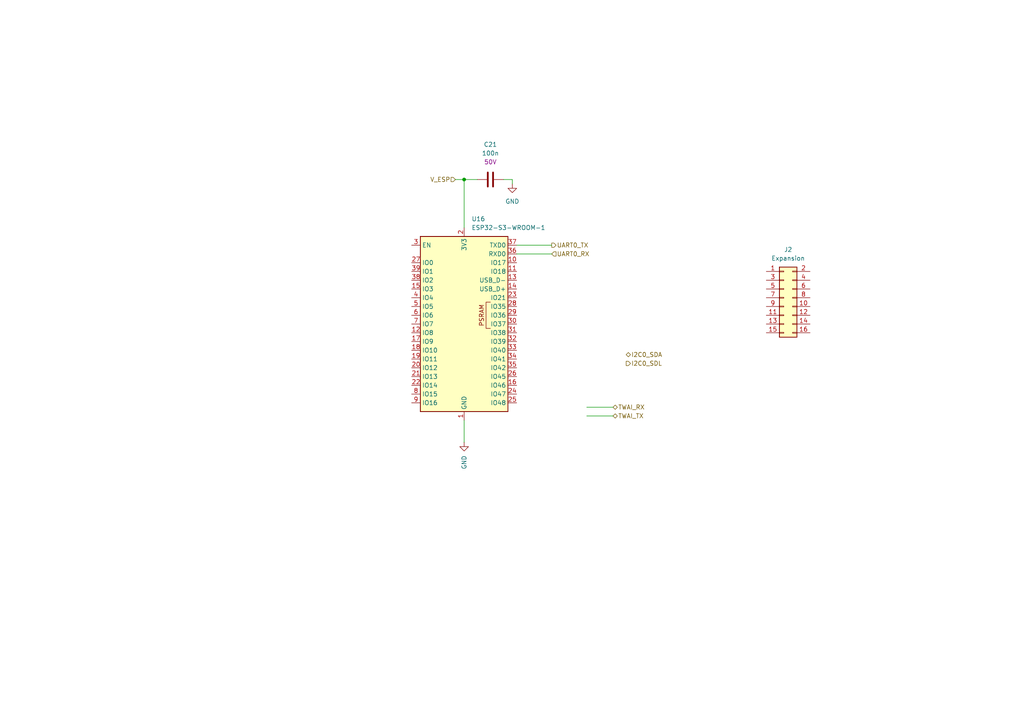
<source format=kicad_sch>
(kicad_sch (version 20250114) (generator "eeschema") (generator_version "9.0")
  (paper "A4")
  (title_block (title "VXDash RemoteECU") (date "2025-08-08") (rev "Proto A") (comment 1 "https://github.com/martinroger/VXDash") (comment 2 "https://cadlab.io/projects/vxdash"))
  (lib_symbols
    (symbol "Connector_Generic:Conn_02x08_Odd_Even" (pin_names (offset 1.016) (hide yes))
      (property "Reference" "J" (at 1.27 10.16 0))
      (property "Value" "Conn_02x08_Odd_Even" (at 1.27 -12.7 0))
      (symbol "Conn_02x08_Odd_Even_1_1"
        (rectangle (start -1.27 8.89) (end 3.81 -11.43) (stroke (width 0.254)) (fill (type background)))
        (rectangle (start -1.27 7.747) (end 0 7.493) (stroke (width 0.1524)))
        (rectangle (start -1.27 5.207) (end 0 4.953) (stroke (width 0.1524)))
        (rectangle (start -1.27 2.667) (end 0 2.413) (stroke (width 0.1524)))
        (rectangle (start -1.27 0.127) (end 0 -0.127) (stroke (width 0.1524)))
        (rectangle (start -1.27 -2.413) (end 0 -2.667) (stroke (width 0.1524)))
        (rectangle (start -1.27 -4.953) (end 0 -5.207) (stroke (width 0.1524)))
        (rectangle (start -1.27 -7.493) (end 0 -7.747) (stroke (width 0.1524)))
        (rectangle (start -1.27 -10.033) (end 0 -10.287) (stroke (width 0.1524)))
        (rectangle (start 3.81 7.747) (end 2.54 7.493) (stroke (width 0.1524)))
        (rectangle (start 3.81 5.207) (end 2.54 4.953) (stroke (width 0.1524)))
        (rectangle (start 3.81 2.667) (end 2.54 2.413) (stroke (width 0.1524)))
        (rectangle (start 3.81 0.127) (end 2.54 -0.127) (stroke (width 0.1524)))
        (rectangle (start 3.81 -2.413) (end 2.54 -2.667) (stroke (width 0.1524)))
        (rectangle (start 3.81 -4.953) (end 2.54 -5.207) (stroke (width 0.1524)))
        (rectangle (start 3.81 -7.493) (end 2.54 -7.747) (stroke (width 0.1524)))
        (rectangle (start 3.81 -10.033) (end 2.54 -10.287) (stroke (width 0.1524)))
        (pin passive line (at -5.08 7.62 0) (length 3.81) (name "Pin_1") (number "1"))
        (pin passive line (at -5.08 5.08 0) (length 3.81) (name "Pin_3") (number "3"))
        (pin passive line (at -5.08 2.54 0) (length 3.81) (name "Pin_5") (number "5"))
        (pin passive line (at -5.08 0 0) (length 3.81) (name "Pin_7") (number "7"))
        (pin passive line (at -5.08 -2.54 0) (length 3.81) (name "Pin_9") (number "9"))
        (pin passive line (at -5.08 -5.08 0) (length 3.81) (name "Pin_11") (number "11"))
        (pin passive line (at -5.08 -7.62 0) (length 3.81) (name "Pin_13") (number "13"))
        (pin passive line (at -5.08 -10.16 0) (length 3.81) (name "Pin_15") (number "15"))
        (pin passive line (at 7.62 7.62 180) (length 3.81) (name "Pin_2") (number "2"))
        (pin passive line (at 7.62 5.08 180) (length 3.81) (name "Pin_4") (number "4"))
        (pin passive line (at 7.62 2.54 180) (length 3.81) (name "Pin_6") (number "6"))
        (pin passive line (at 7.62 0 180) (length 3.81) (name "Pin_8") (number "8"))
        (pin passive line (at 7.62 -2.54 180) (length 3.81) (name "Pin_10") (number "10"))
        (pin passive line (at 7.62 -5.08 180) (length 3.81) (name "Pin_12") (number "12"))
        (pin passive line (at 7.62 -7.62 180) (length 3.81) (name "Pin_14") (number "14"))
        (pin passive line (at 7.62 -10.16 180) (length 3.81) (name "Pin_16") (number "16"))
      )
    )
    (symbol "RF_Module:ESP32-S3-WROOM-1"
      (property "Reference" "U" (at -12.7 26.67 0))
      (property "Value" "ESP32-S3-WROOM-1" (at 12.7 26.67 0))
      (symbol "ESP32-S3-WROOM-1_0_0"
        (rectangle (start -12.7 25.4) (end 12.7 -25.4) (stroke (width 0.254)) (fill (type background)))
        (text "PSRAM" (at 5.08 2.54 900) (effects (font (size 1.27 1.27))))
      )
      (symbol "ESP32-S3-WROOM-1_0_1"
        (polyline (pts (xy 7.62 -1.27) (xy 6.35 -1.27) (xy 6.35 6.35) (xy 7.62 6.35)))
      )
      (symbol "ESP32-S3-WROOM-1_1_1"
        (pin input line (at -15.24 22.86 0) (length 2.54) (name "EN") (number "3"))
        (pin bidirectional line (at -15.24 17.78 0) (length 2.54) (name "IO0") (number "27"))
        (pin bidirectional line (at -15.24 15.24 0) (length 2.54) (name "IO1") (number "39"))
        (pin bidirectional line (at -15.24 12.7 0) (length 2.54) (name "IO2") (number "38"))
        (pin bidirectional line (at -15.24 10.16 0) (length 2.54) (name "IO3") (number "15"))
        (pin bidirectional line (at -15.24 7.62 0) (length 2.54) (name "IO4") (number "4"))
        (pin bidirectional line (at -15.24 5.08 0) (length 2.54) (name "IO5") (number "5"))
        (pin bidirectional line (at -15.24 2.54 0) (length 2.54) (name "IO6") (number "6"))
        (pin bidirectional line (at -15.24 0 0) (length 2.54) (name "IO7") (number "7"))
        (pin bidirectional line (at -15.24 -2.54 0) (length 2.54) (name "IO8") (number "12"))
        (pin bidirectional line (at -15.24 -5.08 0) (length 2.54) (name "IO9") (number "17"))
        (pin bidirectional line (at -15.24 -7.62 0) (length 2.54) (name "IO10") (number "18"))
        (pin bidirectional line (at -15.24 -10.16 0) (length 2.54) (name "IO11") (number "19"))
        (pin bidirectional line (at -15.24 -12.7 0) (length 2.54) (name "IO12") (number "20"))
        (pin bidirectional line (at -15.24 -15.24 0) (length 2.54) (name "IO13") (number "21"))
        (pin bidirectional line (at -15.24 -17.78 0) (length 2.54) (name "IO14") (number "22"))
        (pin bidirectional line (at -15.24 -20.32 0) (length 2.54) (name "IO15") (number "8"))
        (pin bidirectional line (at -15.24 -22.86 0) (length 2.54) (name "IO16") (number "9"))
        (pin power_in line (at 0 27.94 270) (length 2.54) (name "3V3") (number "2"))
        (pin power_in line (at 0 -27.94 90) (length 2.54) (name "GND") (number "1"))
        (pin passive line (at 0 -27.94 90) (length 2.54) (hide yes) (name "GND") (number "40"))
        (pin passive line (at 0 -27.94 90) (length 2.54) (hide yes) (name "GND") (number "41"))
        (pin bidirectional line (at 15.24 22.86 180) (length 2.54) (name "TXD0") (number "37"))
        (pin bidirectional line (at 15.24 20.32 180) (length 2.54) (name "RXD0") (number "36"))
        (pin bidirectional line (at 15.24 17.78 180) (length 2.54) (name "IO17") (number "10"))
        (pin bidirectional line (at 15.24 15.24 180) (length 2.54) (name "IO18") (number "11"))
        (pin bidirectional line (at 15.24 12.7 180) (length 2.54) (name "USB_D-") (number "13"))
        (pin bidirectional line (at 15.24 10.16 180) (length 2.54) (name "USB_D+") (number "14"))
        (pin bidirectional line (at 15.24 7.62 180) (length 2.54) (name "IO21") (number "23"))
        (pin bidirectional line (at 15.24 5.08 180) (length 2.54) (name "IO35") (number "28"))
        (pin bidirectional line (at 15.24 2.54 180) (length 2.54) (name "IO36") (number "29"))
        (pin bidirectional line (at 15.24 0 180) (length 2.54) (name "IO37") (number "30"))
        (pin bidirectional line (at 15.24 -2.54 180) (length 2.54) (name "IO38") (number "31"))
        (pin bidirectional line (at 15.24 -5.08 180) (length 2.54) (name "IO39") (number "32"))
        (pin bidirectional line (at 15.24 -7.62 180) (length 2.54) (name "IO40") (number "33"))
        (pin bidirectional line (at 15.24 -10.16 180) (length 2.54) (name "IO41") (number "34"))
        (pin bidirectional line (at 15.24 -12.7 180) (length 2.54) (name "IO42") (number "35"))
        (pin bidirectional line (at 15.24 -15.24 180) (length 2.54) (name "IO45") (number "26"))
        (pin bidirectional line (at 15.24 -17.78 180) (length 2.54) (name "IO46") (number "16"))
        (pin bidirectional line (at 15.24 -20.32 180) (length 2.54) (name "IO47") (number "24"))
        (pin bidirectional line (at 15.24 -22.86 180) (length 2.54) (name "IO48") (number "25"))
      )
    )
    (symbol "VXDash_passives:Cap_MLCC" (pin_numbers (hide yes)) (pin_names (offset 0.254))
      (property "Reference" "C" (at 2.54 2.54 0))
      (property "Value" "Cap_MLCC" (at 2.54 0 0))
      (property "Voltage" "50V" (at 2.54 -2.54 0))
      (symbol "Cap_MLCC_0_1"
        (polyline (pts (xy -2.032 0.762) (xy 2.032 0.762)) (stroke (width 0.508)))
        (polyline (pts (xy -2.032 -0.762) (xy 2.032 -0.762)) (stroke (width 0.508)))
      )
      (symbol "Cap_MLCC_1_1"
        (pin passive line (at 0 3.81 270) (length 2.794) (name "~") (number "1"))
        (pin passive line (at 0 -3.81 90) (length 2.794) (name "~") (number "2"))
      )
    )
    (symbol "power:GND" (power) (pin_numbers (hide yes)) (pin_names (offset 0) (hide yes))
      (property "Value" "GND" (at 0 -3.81 0))
      (symbol "GND_0_1"
        (polyline (pts (xy 0 0) (xy 0 -1.27) (xy 1.27 -1.27) (xy 0 -2.54) (xy -1.27 -1.27) (xy 0 -1.27)))
      )
      (symbol "GND_1_1"
        (pin power_in line (at 0 0 270) (length 0) (name "~") (number "1"))
      )
    )
  )
  (junction (at 134.62 52.07))
  (wire (pts (xy 148.59 53.34) (xy 148.59 52.07)))
  (wire (pts (xy 134.62 52.07) (xy 138.43 52.07)))
  (wire (pts (xy 134.62 52.07) (xy 134.62 66.04)))
  (wire (pts (xy 132.08 52.07) (xy 134.62 52.07)))
  (wire (pts (xy 170.18 120.65) (xy 177.8 120.65)))
  (wire (pts (xy 134.62 121.92) (xy 134.62 128.27)))
  (wire (pts (xy 170.18 118.11) (xy 177.8 118.11)))
  (wire (pts (xy 149.86 73.66) (xy 160.02 73.66)))
  (wire (pts (xy 149.86 71.12) (xy 160.02 71.12)))
  (wire (pts (xy 146.05 52.07) (xy 148.59 52.07)))
  (hierarchical_label "V_ESP" (shape input) (at 132.08 52.07 180))
  (hierarchical_label "UART0_RX" (shape input) (at 160.02 73.66 0))
  (hierarchical_label "I2C0_SDL" (shape output) (at 181.61 105.41 0))
  (hierarchical_label "UART0_TX" (shape output) (at 160.02 71.12 0))
  (hierarchical_label "TWAI_RX" (shape bidirectional) (at 177.8 118.11 0))
  (hierarchical_label "TWAI_TX" (shape bidirectional) (at 177.8 120.65 0))
  (hierarchical_label "I2C0_SDA" (shape bidirectional) (at 181.61 102.87 0))
  (symbol (lib_id "power:GND") (at 148.59 53.34 0) (unit 1)
    (property "Reference" "#PWR035" (effects (hide yes)))
    (property "Value" "GND" (at 148.59 58.42 0))
    (property "Description" "Power symbol creates a global label with name \"GND\" , ground" (effects (hide yes)))
  )
  (symbol (lib_id "VXDash_passives:Cap_MLCC") (at 142.24 52.07 270) (mirror x) (unit 1)
    (property "Reference" "C21" (at 142.24 41.91 90))
    (property "Value" "100n" (at 142.24 44.45 90))
    (property "Dielectric" "X7R" (effects (hide yes)))
    (property "Tol" "10%" (effects (hide yes)))
    (property "Voltage" "50V" (at 142.24 46.99 90))
  )
  (symbol (lib_id "Connector_Generic:Conn_02x08_Odd_Even") (at 227.33 86.36 0) (unit 1)
    (property "Reference" "J2" (at 228.6 72.39 0))
    (property "Value" "Expansion" (at 228.6 74.93 0))
    (property "Footprint" "Connector_PinHeader_2.54mm:PinHeader_2x08_P2.54mm_Vertical" (effects (hide yes)))
    (property "Description" "Spare GPIO connections" (effects (hide yes)))
  )
  (symbol (lib_id "power:GND") (at 134.62 128.27 0) (unit 1)
    (property "Reference" "#PWR034" (effects (hide yes)))
    (property "Value" "GND" (at 134.62 132.08 90) (effects (justify right)))
    (property "Description" "Power symbol creates a global label with name \"GND\" , ground" (effects (hide yes)))
    (instances (project "DashSpy" (path "" (reference "#PWR07") (unit 1))) (project "VXDash" (path "" (reference "#PWR034") (unit 1))))
  )
  (symbol (lib_id "RF_Module:ESP32-S3-WROOM-1") (at 134.62 93.98 0) (unit 1)
    (property "Reference" "U16" (at 136.7633 63.5 0) (effects (justify left)))
    (property "Value" "ESP32-S3-WROOM-1" (at 136.7633 66.04 0) (effects (justify left)))
    (property "Footprint" "RF_Module:ESP32-S3-WROOM-1" (effects (hide yes)))
    (property "Datasheet" "https://www.espressif.com/sites/default/files/documentation/esp32-s3-wroom-1_wroom-1u_datasheet_en.pdf" (effects (hide yes)))
    (property "Description" "RF Module, ESP32-S3 SoC, Wi-Fi 802.11b/g/n, Bluetooth, BLE, 32-bit, 3.3V, onboard antenna, SMD" (effects (hide yes)))
  )
)
</source>
